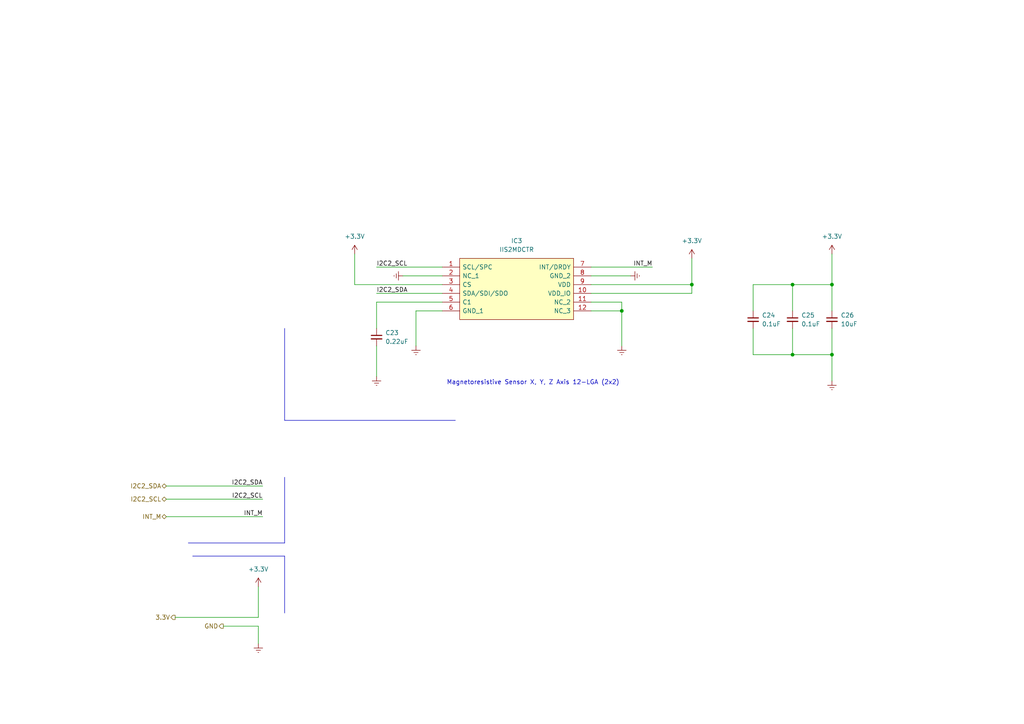
<source format=kicad_sch>
(kicad_sch (version 20230121) (generator eeschema)
  (paper "A4")
  (title_block (title "Accelerometer Sensor") (date "2023-07-02") (rev "02") (company "Electronial") (comment 1 "Designed by Electronial") (comment 2 "https://danielismail.com/  ") (comment 3 "Property of NOVOAI[FIVERR]") (comment 4 "@Copyright & Reserved "))
  (lib_symbols
    (symbol "Device:C_Small" (pin_numbers hide) (pin_names (offset 0.254) hide)
      (property "Reference" "C" (at 0.254 1.778 0))
      (property "Value" "C_Small" (at 0.254 -2.032 0))
      (symbol "C_Small_0_1"
        (polyline (pts (xy -1.524 -0.508) (xy 1.524 -0.508)) (stroke (width 0.3302)))
        (polyline (pts (xy -1.524 0.508) (xy 1.524 0.508)) (stroke (width 0.3048)))
      )
      (symbol "C_Small_1_1"
        (pin passive line (at 0 2.54 270) (length 2.032) (name "~") (number "1"))
        (pin passive line (at 0 -2.54 90) (length 2.032) (name "~") (number "2"))
      )
    )
    (symbol "IIS2MDCTR:IIS2MDCTR" (pin_names (offset 0.762))
      (property "Reference" "IC?" (at 21.59 7.62 0))
      (property "Value" "IIS2MDCTR" (at 21.59 5.08 0))
      (symbol "IIS2MDCTR_0_0"
        (pin passive line (at 0 0 0) (length 5.08) (name "SCL/SPC") (number "1"))
        (pin passive line (at 43.18 -7.62 180) (length 5.08) (name "VDD_IO") (number "10"))
        (pin passive line (at 43.18 -10.16 180) (length 5.08) (name "NC_2") (number "11"))
        (pin passive line (at 43.18 -12.7 180) (length 5.08) (name "NC_3") (number "12"))
        (pin passive line (at 0 -2.54 0) (length 5.08) (name "NC_1") (number "2"))
        (pin passive line (at 0 -5.08 0) (length 5.08) (name "CS") (number "3"))
        (pin passive line (at 0 -7.62 0) (length 5.08) (name "SDA/SDI/SDO") (number "4"))
        (pin passive line (at 0 -10.16 0) (length 5.08) (name "C1") (number "5"))
        (pin passive line (at 0 -12.7 0) (length 5.08) (name "GND_1") (number "6"))
        (pin passive line (at 43.18 0 180) (length 5.08) (name "INT/DRDY") (number "7"))
        (pin passive line (at 43.18 -2.54 180) (length 5.08) (name "GND_2") (number "8"))
        (pin passive line (at 43.18 -5.08 180) (length 5.08) (name "VDD") (number "9"))
      )
      (symbol "IIS2MDCTR_0_1"
        (polyline (pts (xy 5.08 2.54) (xy 38.1 2.54) (xy 38.1 -15.24) (xy 5.08 -15.24) (xy 5.08 2.54)) (stroke (width 0.1524)) (fill (type background)))
      )
    )
    (symbol "power:+3.3V" (power) (pin_names (offset 0))
      (property "Value" "+3.3V" (at 0 3.556 0))
      (symbol "+3.3V_0_1"
        (polyline (pts (xy -0.762 1.27) (xy 0 2.54)))
        (polyline (pts (xy 0 0) (xy 0 2.54)))
        (polyline (pts (xy 0 2.54) (xy 0.762 1.27)))
      )
      (symbol "+3.3V_1_1"
        (pin power_in line (at 0 0 90) (length 0) hide (name "+3.3V") (number "1"))
      )
    )
    (symbol "power:Earth" (power) (pin_names (offset 0))
      (symbol "Earth_0_1"
        (polyline (pts (xy -0.635 -1.905) (xy 0.635 -1.905)))
        (polyline (pts (xy -0.127 -2.54) (xy 0.127 -2.54)))
        (polyline (pts (xy 0 -1.27) (xy 0 0)))
        (polyline (pts (xy 1.27 -1.27) (xy -1.27 -1.27)))
      )
      (symbol "Earth_1_1"
        (pin power_in line (at 0 0 270) (length 0) hide (name "Earth") (number "1"))
      )
    )
  )
  (junction (at 229.87 102.87))
  (junction (at 180.34 90.17))
  (junction (at 200.66 82.55))
  (junction (at 241.3 82.55))
  (junction (at 229.87 82.55))
  (junction (at 241.3 102.87))
  (wire (pts (xy 171.45 77.47) (xy 189.23 77.47)))
  (wire (pts (xy 116.84 80.01) (xy 128.27 80.01)))
  (wire (pts (xy 171.45 90.17) (xy 180.34 90.17)))
  (wire (pts (xy 180.34 90.17) (xy 180.34 100.33)))
  (wire (pts (xy 218.44 90.17) (xy 218.44 82.55)))
  (wire (pts (xy 218.44 95.25) (xy 218.44 102.87)))
  (wire (pts (xy 180.34 87.63) (xy 180.34 90.17)))
  (wire (pts (xy 200.66 82.55) (xy 200.66 85.09)))
  (wire (pts (xy 64.77 181.61) (xy 74.93 181.61)))
  (wire (pts (xy 241.3 102.87) (xy 241.3 110.49)))
  (polyline (pts (xy 55.88 161.29) (xy 82.55 161.29)))
  (wire (pts (xy 229.87 82.55) (xy 241.3 82.55)))
  (wire (pts (xy 241.3 82.55) (xy 241.3 90.17)))
  (wire (pts (xy 102.87 82.55) (xy 128.27 82.55)))
  (wire (pts (xy 120.65 90.17) (xy 128.27 90.17)))
  (polyline (pts (xy 82.55 121.92) (xy 132.08 121.92)))
  (wire (pts (xy 241.3 73.66) (xy 241.3 82.55)))
  (wire (pts (xy 218.44 102.87) (xy 229.87 102.87)))
  (wire (pts (xy 200.66 85.09) (xy 171.45 85.09)))
  (polyline (pts (xy 82.55 161.29) (xy 82.55 177.8)))
  (wire (pts (xy 120.65 100.33) (xy 120.65 90.17)))
  (wire (pts (xy 128.27 87.63) (xy 109.22 87.63)))
  (wire (pts (xy 48.26 140.97) (xy 76.2 140.97)))
  (wire (pts (xy 200.66 74.93) (xy 200.66 82.55)))
  (wire (pts (xy 109.22 85.09) (xy 128.27 85.09)))
  (wire (pts (xy 109.22 87.63) (xy 109.22 95.25)))
  (wire (pts (xy 102.87 73.66) (xy 102.87 82.55)))
  (wire (pts (xy 229.87 102.87) (xy 241.3 102.87)))
  (wire (pts (xy 241.3 95.25) (xy 241.3 102.87)))
  (wire (pts (xy 48.26 149.86) (xy 76.2 149.86)))
  (polyline (pts (xy 54.61 157.48) (xy 82.55 157.48)))
  (polyline (pts (xy 82.55 138.43) (xy 82.55 157.48)))
  (wire (pts (xy 171.45 82.55) (xy 200.66 82.55)))
  (wire (pts (xy 171.45 80.01) (xy 182.88 80.01)))
  (wire (pts (xy 74.93 170.18) (xy 74.93 179.07)))
  (wire (pts (xy 171.45 87.63) (xy 180.34 87.63)))
  (wire (pts (xy 48.26 144.78) (xy 76.2 144.78)))
  (wire (pts (xy 218.44 82.55) (xy 229.87 82.55)))
  (wire (pts (xy 229.87 90.17) (xy 229.87 82.55)))
  (wire (pts (xy 50.8 179.07) (xy 74.93 179.07)))
  (polyline (pts (xy 82.55 95.25) (xy 82.55 121.92)))
  (wire (pts (xy 74.93 186.69) (xy 74.93 181.61)))
  (wire (pts (xy 109.22 77.47) (xy 128.27 77.47)))
  (wire (pts (xy 109.22 100.33) (xy 109.22 109.22)))
  (wire (pts (xy 229.87 95.25) (xy 229.87 102.87)))
  (text "	\nMagnetoresistive Sensor X, Y, Z Axis 12-LGA (2x2)" (at 129.54 111.76 0) (effects (font (size 1.27 1.27)) (justify left bottom)))
  (label "I2C2_SCL" (at 76.2 144.78 180))
  (label "I2C2_SDA" (at 76.2 140.97 180))
  (label "I2C2_SDA" (at 109.22 85.09 0))
  (label "INT_M" (at 76.2 149.86 180))
  (label "INT_M" (at 189.23 77.47 180))
  (label "I2C2_SCL" (at 109.22 77.47 0))
  (hierarchical_label "INT_M" (shape bidirectional) (at 48.26 149.86 180))
  (hierarchical_label "GND" (shape output) (at 64.77 181.61 180))
  (hierarchical_label "I2C2_SCL" (shape bidirectional) (at 48.26 144.78 180))
  (hierarchical_label "I2C2_SDA" (shape bidirectional) (at 48.26 140.97 180))
  (hierarchical_label "3.3V" (shape output) (at 50.8 179.07 180))
  (symbol (lib_id "Device:C_Small") (at 229.87 92.71 0) (unit 1)
    (property "Reference" "C25" (at 232.41 91.4462 0) (effects (justify left)))
    (property "Value" "0.1uF" (at 232.41 93.9862 0) (effects (justify left)))
    (property "Footprint" "Capacitor_SMD:C_0603_1608Metric_Pad1.08x0.95mm_HandSolder" (effects hide))
    (property "PRICE" "0.1" (effects hide))
    (property "Manufacturer_Part_Number" "CL10B104JB8NNND" (effects hide))
    (property "LCSC mfr" "TCC0603X7R104K500CT" (effects hide))
  )
  (symbol (lib_id "Device:C_Small") (at 218.44 92.71 0) (unit 1)
    (property "Reference" "C24" (at 220.98 91.4462 0) (effects (justify left)))
    (property "Value" "0.1uF" (at 220.98 93.9862 0) (effects (justify left)))
    (property "Footprint" "Capacitor_SMD:C_0603_1608Metric_Pad1.08x0.95mm_HandSolder" (effects hide))
    (property "PRICE" "0.1" (effects hide))
    (property "Manufacturer_Part_Number" "CL10B104JB8NNND" (effects hide))
    (property "LCSC mfr" "TCC0603X7R104K500CT" (effects hide))
  )
  (symbol (lib_id "power:Earth") (at 182.88 80.01 90) (unit 1)
    (property "Reference" "#PWR0170" (effects hide))
    (property "Value" "Earth" (effects hide))
  )
  (symbol (lib_id "power:Earth") (at 180.34 100.33 0) (unit 1)
    (property "Reference" "#PWR0169" (effects hide))
    (property "Value" "Earth" (effects hide))
  )
  (symbol (lib_id "Device:C_Small") (at 241.3 92.71 0) (unit 1)
    (property "Reference" "C26" (at 243.84 91.4462 0) (effects (justify left)))
    (property "Value" "10uF" (at 243.84 93.9862 0) (effects (justify left)))
    (property "Footprint" "Capacitor_SMD:C_0805_2012Metric_Pad1.18x1.45mm_HandSolder" (effects hide))
    (property "PRICE" "0.2" (effects hide))
    (property "Manufacturer_Part_Number" "CL21A106KAYNNNE" (effects hide))
    (property "LCSC mfr" "CL21A106KAYNNNE" (effects hide))
  )
  (symbol (lib_id "power:Earth") (at 109.22 109.22 0) (unit 1)
    (property "Reference" "#PWR0177" (effects hide))
    (property "Value" "Earth" (effects hide))
  )
  (symbol (lib_id "power:+3.3V") (at 241.3 73.66 0) (unit 1)
    (property "Reference" "#PWR0172" (effects hide))
    (property "Value" "+3.3V" (at 241.3 68.58 0))
  )
  (symbol (lib_id "power:Earth") (at 120.65 100.33 0) (unit 1)
    (property "Reference" "#PWR0176" (effects hide))
    (property "Value" "Earth" (effects hide))
  )
  (symbol (lib_id "power:+3.3V") (at 200.66 74.93 0) (unit 1)
    (property "Reference" "#PWR0171" (effects hide))
    (property "Value" "+3.3V" (at 200.66 69.85 0))
  )
  (symbol (lib_id "power:+3.3V") (at 74.93 170.18 0) (unit 1)
    (property "Reference" "#PWR0178" (effects hide))
    (property "Value" "+3.3V" (at 74.93 165.1 0))
  )
  (symbol (lib_id "Device:C_Small") (at 109.22 97.79 0) (unit 1)
    (property "Reference" "C23" (at 111.76 96.5262 0) (effects (justify left)))
    (property "Value" "0.22uF" (at 111.76 99.0662 0) (effects (justify left)))
    (property "Footprint" "Capacitor_SMD:C_0603_1608Metric_Pad1.08x0.95mm_HandSolder" (effects hide))
    (property "PRICE" "0.1" (effects hide))
    (property "Manufacturer_Part_Number" "GRM188R61E225KA12J" (effects hide))
    (property "LCSC mfr" "TCC0603X7R224K500CT" (effects hide))
  )
  (symbol (lib_id "IIS2MDCTR:IIS2MDCTR") (at 128.27 77.47 0) (unit 1)
    (property "Reference" "IC3" (at 149.86 69.85 0))
    (property "Value" "IIS2MDCTR" (at 149.86 72.39 0))
    (property "Footprint" "Footprint:IIS2MDCTR" (effects hide))
    (property "Datasheet" "https://www.st.com/resource/en/datasheet/iis2mdc.pdf" (effects hide))
    (property "Description" "STMICROELECTRONICS - IIS2MDCTR - MEMS MODULE, 3-AXIS MAGNETOMETER, LGA-12" (effects hide))
    (property "Height" "0.7" (effects hide))
    (property "Manufacturer_Name" "STMicroelectronics" (effects hide))
    (property "Manufacturer_Part_Number" "IIS2MDCTR" (effects hide))
    (property "Mouser Part Number" "511-IIS2MDCTR" (effects hide))
    (property "Mouser Price/Stock" "https://www.mouser.co.uk/ProductDetail/STMicroelectronics/IIS2MDCTR?qs=1mbolxNpo8ems1K%2FRdQzXg%3D%3D" (effects hide))
    (property "Arrow Part Number" "IIS2MDCTR" (effects hide))
    (property "Arrow Price/Stock" "https://www.arrow.com/en/products/iis2mdctr/stmicroelectronics?region=nac" (effects hide))
    (property "PRICE" "1.2" (effects hide))
  )
  (symbol (lib_id "power:Earth") (at 74.93 186.69 0) (unit 1)
    (property "Reference" "#PWR0179" (effects hide))
    (property "Value" "Earth" (effects hide))
  )
  (symbol (lib_id "power:+3.3V") (at 102.87 73.66 0) (unit 1)
    (property "Reference" "#PWR0174" (effects hide))
    (property "Value" "+3.3V" (at 102.87 68.58 0))
  )
  (symbol (lib_id "power:Earth") (at 116.84 80.01 270) (unit 1)
    (property "Reference" "#PWR0175" (effects hide))
    (property "Value" "Earth" (effects hide))
  )
  (symbol (lib_id "power:Earth") (at 241.3 110.49 0) (unit 1)
    (property "Reference" "#PWR0173" (effects hide))
    (property "Value" "Earth" (effects hide))
  )
)
</source>
